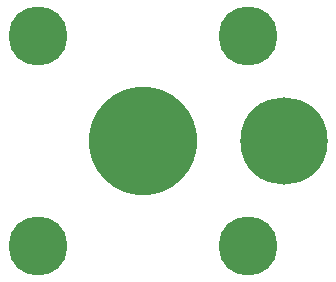
<source format=gbr>
%TF.GenerationSoftware,KiCad,Pcbnew,(5.1.9)-1*%
%TF.CreationDate,2022-07-15T12:15:22-04:00*%
%TF.ProjectId,X-Band_EPR_LGR_TOP,582d4261-6e64-45f4-9550-525f4c47525f,1.0*%
%TF.SameCoordinates,Original*%
%TF.FileFunction,Copper,L1,Top*%
%TF.FilePolarity,Positive*%
%FSLAX46Y46*%
G04 Gerber Fmt 4.6, Leading zero omitted, Abs format (unit mm)*
G04 Created by KiCad (PCBNEW (5.1.9)-1) date 2022-07-15 12:15:22*
%MOMM*%
%LPD*%
G01*
G04 APERTURE LIST*
%TA.AperFunction,ComponentPad*%
%ADD10C,5.000000*%
%TD*%
%TA.AperFunction,ComponentPad*%
%ADD11C,7.400000*%
%TD*%
%TA.AperFunction,ComponentPad*%
%ADD12C,9.200000*%
%TD*%
G04 APERTURE END LIST*
D10*
%TO.P,H3,1*%
%TO.N,GND*%
X108890000Y-108890000D03*
%TD*%
%TO.P,H4,1*%
%TO.N,GND*%
X108890000Y-91110000D03*
%TD*%
%TO.P,H5,1*%
%TO.N,GND*%
X91110000Y-91110000D03*
%TD*%
%TO.P,H6,1*%
%TO.N,GND*%
X91110000Y-108890000D03*
%TD*%
D11*
%TO.P,H2,1*%
%TO.N,GND*%
X112000000Y-100000000D03*
%TD*%
D12*
%TO.P,H1,1*%
%TO.N,GND*%
X100000000Y-100000000D03*
%TD*%
M02*

</source>
